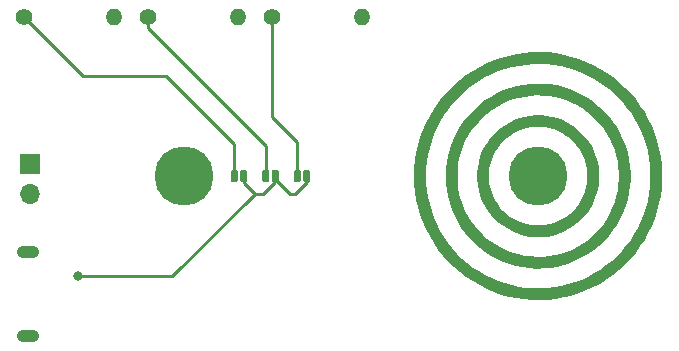
<source format=gbr>
G04 #@! TF.GenerationSoftware,KiCad,Pcbnew,5.1.5-52549c5~84~ubuntu18.04.1*
G04 #@! TF.CreationDate,2020-01-15T09:57:23+01:00*
G04 #@! TF.ProjectId,geneva,67656e65-7661-42e6-9b69-6361645f7063,rev?*
G04 #@! TF.SameCoordinates,Original*
G04 #@! TF.FileFunction,Copper,L1,Top*
G04 #@! TF.FilePolarity,Positive*
%FSLAX46Y46*%
G04 Gerber Fmt 4.6, Leading zero omitted, Abs format (unit mm)*
G04 Created by KiCad (PCBNEW 5.1.5-52549c5~84~ubuntu18.04.1) date 2020-01-15 09:57:23*
%MOMM*%
%LPD*%
G04 APERTURE LIST*
%ADD10O,1.700000X1.700000*%
%ADD11R,1.700000X1.700000*%
%ADD12O,1.400000X1.400000*%
%ADD13C,1.400000*%
%ADD14C,0.101600*%
%ADD15O,1.900000X1.050000*%
%ADD16C,5.000000*%
%ADD17C,0.800000*%
%ADD18C,0.250000*%
G04 APERTURE END LIST*
D10*
X57000000Y-101540000D03*
D11*
X57000000Y-99000000D03*
D12*
X85120000Y-86500000D03*
D13*
X77500000Y-86500000D03*
D12*
X74620000Y-86500000D03*
D13*
X67000000Y-86500000D03*
D12*
X64120000Y-86500000D03*
D13*
X56500000Y-86500000D03*
G04 #@! TA.AperFunction,SMDPad,CuDef*
D14*
G36*
X80564703Y-99500722D02*
G01*
X80579264Y-99502882D01*
X80593543Y-99506459D01*
X80607403Y-99511418D01*
X80620710Y-99517712D01*
X80633336Y-99525280D01*
X80645159Y-99534048D01*
X80656066Y-99543934D01*
X80665952Y-99554841D01*
X80674720Y-99566664D01*
X80682288Y-99579290D01*
X80688582Y-99592597D01*
X80693541Y-99606457D01*
X80697118Y-99620736D01*
X80699278Y-99635297D01*
X80700000Y-99650000D01*
X80700000Y-100350000D01*
X80699278Y-100364703D01*
X80697118Y-100379264D01*
X80693541Y-100393543D01*
X80688582Y-100407403D01*
X80682288Y-100420710D01*
X80674720Y-100433336D01*
X80665952Y-100445159D01*
X80656066Y-100456066D01*
X80645159Y-100465952D01*
X80633336Y-100474720D01*
X80620710Y-100482288D01*
X80607403Y-100488582D01*
X80593543Y-100493541D01*
X80579264Y-100497118D01*
X80564703Y-100499278D01*
X80550000Y-100500000D01*
X80250000Y-100500000D01*
X80235297Y-100499278D01*
X80220736Y-100497118D01*
X80206457Y-100493541D01*
X80192597Y-100488582D01*
X80179290Y-100482288D01*
X80166664Y-100474720D01*
X80154841Y-100465952D01*
X80143934Y-100456066D01*
X80134048Y-100445159D01*
X80125280Y-100433336D01*
X80117712Y-100420710D01*
X80111418Y-100407403D01*
X80106459Y-100393543D01*
X80102882Y-100379264D01*
X80100722Y-100364703D01*
X80100000Y-100350000D01*
X80100000Y-99650000D01*
X80100722Y-99635297D01*
X80102882Y-99620736D01*
X80106459Y-99606457D01*
X80111418Y-99592597D01*
X80117712Y-99579290D01*
X80125280Y-99566664D01*
X80134048Y-99554841D01*
X80143934Y-99543934D01*
X80154841Y-99534048D01*
X80166664Y-99525280D01*
X80179290Y-99517712D01*
X80192597Y-99511418D01*
X80206457Y-99506459D01*
X80220736Y-99502882D01*
X80235297Y-99500722D01*
X80250000Y-99500000D01*
X80550000Y-99500000D01*
X80564703Y-99500722D01*
G37*
G04 #@! TD.AperFunction*
G04 #@! TA.AperFunction,SMDPad,CuDef*
G36*
X79764703Y-99500722D02*
G01*
X79779264Y-99502882D01*
X79793543Y-99506459D01*
X79807403Y-99511418D01*
X79820710Y-99517712D01*
X79833336Y-99525280D01*
X79845159Y-99534048D01*
X79856066Y-99543934D01*
X79865952Y-99554841D01*
X79874720Y-99566664D01*
X79882288Y-99579290D01*
X79888582Y-99592597D01*
X79893541Y-99606457D01*
X79897118Y-99620736D01*
X79899278Y-99635297D01*
X79900000Y-99650000D01*
X79900000Y-100350000D01*
X79899278Y-100364703D01*
X79897118Y-100379264D01*
X79893541Y-100393543D01*
X79888582Y-100407403D01*
X79882288Y-100420710D01*
X79874720Y-100433336D01*
X79865952Y-100445159D01*
X79856066Y-100456066D01*
X79845159Y-100465952D01*
X79833336Y-100474720D01*
X79820710Y-100482288D01*
X79807403Y-100488582D01*
X79793543Y-100493541D01*
X79779264Y-100497118D01*
X79764703Y-100499278D01*
X79750000Y-100500000D01*
X79450000Y-100500000D01*
X79435297Y-100499278D01*
X79420736Y-100497118D01*
X79406457Y-100493541D01*
X79392597Y-100488582D01*
X79379290Y-100482288D01*
X79366664Y-100474720D01*
X79354841Y-100465952D01*
X79343934Y-100456066D01*
X79334048Y-100445159D01*
X79325280Y-100433336D01*
X79317712Y-100420710D01*
X79311418Y-100407403D01*
X79306459Y-100393543D01*
X79302882Y-100379264D01*
X79300722Y-100364703D01*
X79300000Y-100350000D01*
X79300000Y-99650000D01*
X79300722Y-99635297D01*
X79302882Y-99620736D01*
X79306459Y-99606457D01*
X79311418Y-99592597D01*
X79317712Y-99579290D01*
X79325280Y-99566664D01*
X79334048Y-99554841D01*
X79343934Y-99543934D01*
X79354841Y-99534048D01*
X79366664Y-99525280D01*
X79379290Y-99517712D01*
X79392597Y-99511418D01*
X79406457Y-99506459D01*
X79420736Y-99502882D01*
X79435297Y-99500722D01*
X79450000Y-99500000D01*
X79750000Y-99500000D01*
X79764703Y-99500722D01*
G37*
G04 #@! TD.AperFunction*
G04 #@! TA.AperFunction,SMDPad,CuDef*
G36*
X77898033Y-99500722D02*
G01*
X77912594Y-99502882D01*
X77926873Y-99506459D01*
X77940733Y-99511418D01*
X77954040Y-99517712D01*
X77966666Y-99525280D01*
X77978489Y-99534048D01*
X77989396Y-99543934D01*
X77999282Y-99554841D01*
X78008050Y-99566664D01*
X78015618Y-99579290D01*
X78021912Y-99592597D01*
X78026871Y-99606457D01*
X78030448Y-99620736D01*
X78032608Y-99635297D01*
X78033330Y-99650000D01*
X78033330Y-100350000D01*
X78032608Y-100364703D01*
X78030448Y-100379264D01*
X78026871Y-100393543D01*
X78021912Y-100407403D01*
X78015618Y-100420710D01*
X78008050Y-100433336D01*
X77999282Y-100445159D01*
X77989396Y-100456066D01*
X77978489Y-100465952D01*
X77966666Y-100474720D01*
X77954040Y-100482288D01*
X77940733Y-100488582D01*
X77926873Y-100493541D01*
X77912594Y-100497118D01*
X77898033Y-100499278D01*
X77883330Y-100500000D01*
X77583330Y-100500000D01*
X77568627Y-100499278D01*
X77554066Y-100497118D01*
X77539787Y-100493541D01*
X77525927Y-100488582D01*
X77512620Y-100482288D01*
X77499994Y-100474720D01*
X77488171Y-100465952D01*
X77477264Y-100456066D01*
X77467378Y-100445159D01*
X77458610Y-100433336D01*
X77451042Y-100420710D01*
X77444748Y-100407403D01*
X77439789Y-100393543D01*
X77436212Y-100379264D01*
X77434052Y-100364703D01*
X77433330Y-100350000D01*
X77433330Y-99650000D01*
X77434052Y-99635297D01*
X77436212Y-99620736D01*
X77439789Y-99606457D01*
X77444748Y-99592597D01*
X77451042Y-99579290D01*
X77458610Y-99566664D01*
X77467378Y-99554841D01*
X77477264Y-99543934D01*
X77488171Y-99534048D01*
X77499994Y-99525280D01*
X77512620Y-99517712D01*
X77525927Y-99511418D01*
X77539787Y-99506459D01*
X77554066Y-99502882D01*
X77568627Y-99500722D01*
X77583330Y-99500000D01*
X77883330Y-99500000D01*
X77898033Y-99500722D01*
G37*
G04 #@! TD.AperFunction*
G04 #@! TA.AperFunction,SMDPad,CuDef*
G36*
X77098033Y-99500722D02*
G01*
X77112594Y-99502882D01*
X77126873Y-99506459D01*
X77140733Y-99511418D01*
X77154040Y-99517712D01*
X77166666Y-99525280D01*
X77178489Y-99534048D01*
X77189396Y-99543934D01*
X77199282Y-99554841D01*
X77208050Y-99566664D01*
X77215618Y-99579290D01*
X77221912Y-99592597D01*
X77226871Y-99606457D01*
X77230448Y-99620736D01*
X77232608Y-99635297D01*
X77233330Y-99650000D01*
X77233330Y-100350000D01*
X77232608Y-100364703D01*
X77230448Y-100379264D01*
X77226871Y-100393543D01*
X77221912Y-100407403D01*
X77215618Y-100420710D01*
X77208050Y-100433336D01*
X77199282Y-100445159D01*
X77189396Y-100456066D01*
X77178489Y-100465952D01*
X77166666Y-100474720D01*
X77154040Y-100482288D01*
X77140733Y-100488582D01*
X77126873Y-100493541D01*
X77112594Y-100497118D01*
X77098033Y-100499278D01*
X77083330Y-100500000D01*
X76783330Y-100500000D01*
X76768627Y-100499278D01*
X76754066Y-100497118D01*
X76739787Y-100493541D01*
X76725927Y-100488582D01*
X76712620Y-100482288D01*
X76699994Y-100474720D01*
X76688171Y-100465952D01*
X76677264Y-100456066D01*
X76667378Y-100445159D01*
X76658610Y-100433336D01*
X76651042Y-100420710D01*
X76644748Y-100407403D01*
X76639789Y-100393543D01*
X76636212Y-100379264D01*
X76634052Y-100364703D01*
X76633330Y-100350000D01*
X76633330Y-99650000D01*
X76634052Y-99635297D01*
X76636212Y-99620736D01*
X76639789Y-99606457D01*
X76644748Y-99592597D01*
X76651042Y-99579290D01*
X76658610Y-99566664D01*
X76667378Y-99554841D01*
X76677264Y-99543934D01*
X76688171Y-99534048D01*
X76699994Y-99525280D01*
X76712620Y-99517712D01*
X76725927Y-99511418D01*
X76739787Y-99506459D01*
X76754066Y-99502882D01*
X76768627Y-99500722D01*
X76783330Y-99500000D01*
X77083330Y-99500000D01*
X77098033Y-99500722D01*
G37*
G04 #@! TD.AperFunction*
G04 #@! TA.AperFunction,SMDPad,CuDef*
G36*
X75231373Y-99500722D02*
G01*
X75245934Y-99502882D01*
X75260213Y-99506459D01*
X75274073Y-99511418D01*
X75287380Y-99517712D01*
X75300006Y-99525280D01*
X75311829Y-99534048D01*
X75322736Y-99543934D01*
X75332622Y-99554841D01*
X75341390Y-99566664D01*
X75348958Y-99579290D01*
X75355252Y-99592597D01*
X75360211Y-99606457D01*
X75363788Y-99620736D01*
X75365948Y-99635297D01*
X75366670Y-99650000D01*
X75366670Y-100350000D01*
X75365948Y-100364703D01*
X75363788Y-100379264D01*
X75360211Y-100393543D01*
X75355252Y-100407403D01*
X75348958Y-100420710D01*
X75341390Y-100433336D01*
X75332622Y-100445159D01*
X75322736Y-100456066D01*
X75311829Y-100465952D01*
X75300006Y-100474720D01*
X75287380Y-100482288D01*
X75274073Y-100488582D01*
X75260213Y-100493541D01*
X75245934Y-100497118D01*
X75231373Y-100499278D01*
X75216670Y-100500000D01*
X74916670Y-100500000D01*
X74901967Y-100499278D01*
X74887406Y-100497118D01*
X74873127Y-100493541D01*
X74859267Y-100488582D01*
X74845960Y-100482288D01*
X74833334Y-100474720D01*
X74821511Y-100465952D01*
X74810604Y-100456066D01*
X74800718Y-100445159D01*
X74791950Y-100433336D01*
X74784382Y-100420710D01*
X74778088Y-100407403D01*
X74773129Y-100393543D01*
X74769552Y-100379264D01*
X74767392Y-100364703D01*
X74766670Y-100350000D01*
X74766670Y-99650000D01*
X74767392Y-99635297D01*
X74769552Y-99620736D01*
X74773129Y-99606457D01*
X74778088Y-99592597D01*
X74784382Y-99579290D01*
X74791950Y-99566664D01*
X74800718Y-99554841D01*
X74810604Y-99543934D01*
X74821511Y-99534048D01*
X74833334Y-99525280D01*
X74845960Y-99517712D01*
X74859267Y-99511418D01*
X74873127Y-99506459D01*
X74887406Y-99502882D01*
X74901967Y-99500722D01*
X74916670Y-99500000D01*
X75216670Y-99500000D01*
X75231373Y-99500722D01*
G37*
G04 #@! TD.AperFunction*
G04 #@! TA.AperFunction,SMDPad,CuDef*
G36*
X74431373Y-99500722D02*
G01*
X74445934Y-99502882D01*
X74460213Y-99506459D01*
X74474073Y-99511418D01*
X74487380Y-99517712D01*
X74500006Y-99525280D01*
X74511829Y-99534048D01*
X74522736Y-99543934D01*
X74532622Y-99554841D01*
X74541390Y-99566664D01*
X74548958Y-99579290D01*
X74555252Y-99592597D01*
X74560211Y-99606457D01*
X74563788Y-99620736D01*
X74565948Y-99635297D01*
X74566670Y-99650000D01*
X74566670Y-100350000D01*
X74565948Y-100364703D01*
X74563788Y-100379264D01*
X74560211Y-100393543D01*
X74555252Y-100407403D01*
X74548958Y-100420710D01*
X74541390Y-100433336D01*
X74532622Y-100445159D01*
X74522736Y-100456066D01*
X74511829Y-100465952D01*
X74500006Y-100474720D01*
X74487380Y-100482288D01*
X74474073Y-100488582D01*
X74460213Y-100493541D01*
X74445934Y-100497118D01*
X74431373Y-100499278D01*
X74416670Y-100500000D01*
X74116670Y-100500000D01*
X74101967Y-100499278D01*
X74087406Y-100497118D01*
X74073127Y-100493541D01*
X74059267Y-100488582D01*
X74045960Y-100482288D01*
X74033334Y-100474720D01*
X74021511Y-100465952D01*
X74010604Y-100456066D01*
X74000718Y-100445159D01*
X73991950Y-100433336D01*
X73984382Y-100420710D01*
X73978088Y-100407403D01*
X73973129Y-100393543D01*
X73969552Y-100379264D01*
X73967392Y-100364703D01*
X73966670Y-100350000D01*
X73966670Y-99650000D01*
X73967392Y-99635297D01*
X73969552Y-99620736D01*
X73973129Y-99606457D01*
X73978088Y-99592597D01*
X73984382Y-99579290D01*
X73991950Y-99566664D01*
X74000718Y-99554841D01*
X74010604Y-99543934D01*
X74021511Y-99534048D01*
X74033334Y-99525280D01*
X74045960Y-99517712D01*
X74059267Y-99511418D01*
X74073127Y-99506459D01*
X74087406Y-99502882D01*
X74101967Y-99500722D01*
X74116670Y-99500000D01*
X74416670Y-99500000D01*
X74431373Y-99500722D01*
G37*
G04 #@! TD.AperFunction*
D15*
X56800000Y-106425000D03*
X56800000Y-113575000D03*
G04 #@! TA.AperFunction,SMDPad,CuDef*
D14*
G36*
X100832125Y-89533025D02*
G01*
X101494306Y-89606875D01*
X102150470Y-89722574D01*
X102797975Y-89879657D01*
X103434214Y-90077491D01*
X104056624Y-90315280D01*
X104662699Y-90592065D01*
X105250000Y-90906733D01*
X105816161Y-91258017D01*
X106358902Y-91644501D01*
X106876038Y-92064629D01*
X107365486Y-92516711D01*
X107825277Y-92998925D01*
X108253557Y-93509331D01*
X108648604Y-94045871D01*
X109008826Y-94606387D01*
X109332772Y-95188622D01*
X109619139Y-95790229D01*
X109866773Y-96408788D01*
X110074676Y-97041808D01*
X110242013Y-97686739D01*
X110368108Y-98340985D01*
X110452455Y-99001912D01*
X110494714Y-99666857D01*
X110494714Y-100333143D01*
X110452455Y-100998088D01*
X110368108Y-101659015D01*
X110242013Y-102313261D01*
X110074676Y-102958192D01*
X109866773Y-103591212D01*
X109619139Y-104209771D01*
X109332772Y-104811378D01*
X109008826Y-105393613D01*
X108648604Y-105954129D01*
X108253557Y-106490669D01*
X107825277Y-107001075D01*
X107365486Y-107483289D01*
X106876038Y-107935371D01*
X106358902Y-108355499D01*
X105816161Y-108741983D01*
X105250000Y-109093267D01*
X104662699Y-109407935D01*
X104056624Y-109684720D01*
X103434214Y-109922509D01*
X102797975Y-110120343D01*
X102150470Y-110277426D01*
X101494306Y-110393125D01*
X100832125Y-110466975D01*
X100166593Y-110498678D01*
X100050543Y-110496836D01*
X100024534Y-110499398D01*
X99975466Y-110499398D01*
X99930053Y-110494925D01*
X99500390Y-110488107D01*
X98836199Y-110435304D01*
X98176694Y-110340481D01*
X97524531Y-110204021D01*
X96882336Y-110026474D01*
X96252695Y-109808553D01*
X95638142Y-109551136D01*
X95041154Y-109255260D01*
X94464133Y-108922117D01*
X93909402Y-108553047D01*
X93379197Y-108149538D01*
X92875651Y-107713213D01*
X92400793Y-107245830D01*
X91956533Y-106749270D01*
X91544662Y-106225533D01*
X91166838Y-105676729D01*
X90824582Y-105105066D01*
X90519271Y-104512847D01*
X90252137Y-103902456D01*
X90024253Y-103276351D01*
X89836539Y-102637054D01*
X89689749Y-101987138D01*
X89584474Y-101329221D01*
X89521140Y-100665951D01*
X89500000Y-100000000D01*
X90500000Y-100000000D01*
X90519127Y-100602527D01*
X90576429Y-101202628D01*
X90671677Y-101797887D01*
X90804487Y-102385906D01*
X90974324Y-102964318D01*
X91180505Y-103530793D01*
X91422198Y-104083052D01*
X91698431Y-104618869D01*
X92008091Y-105136088D01*
X92349933Y-105632625D01*
X92722578Y-106106482D01*
X93124527Y-106555751D01*
X93554161Y-106978621D01*
X94009750Y-107373391D01*
X94489459Y-107738472D01*
X94991358Y-108072392D01*
X95513425Y-108373807D01*
X96053557Y-108641504D01*
X96609581Y-108874405D01*
X97179256Y-109071571D01*
X97760290Y-109232210D01*
X98350342Y-109355674D01*
X98947037Y-109441465D01*
X99547972Y-109489240D01*
X100150727Y-109498804D01*
X100752875Y-109470120D01*
X101351991Y-109403304D01*
X101945663Y-109298623D01*
X102531501Y-109156501D01*
X103107146Y-108977508D01*
X103670279Y-108762366D01*
X104218633Y-108511941D01*
X104750000Y-108227241D01*
X105262241Y-107909414D01*
X105753292Y-107559737D01*
X106221177Y-107179621D01*
X106664011Y-106770595D01*
X107080012Y-106334306D01*
X107467504Y-105872510D01*
X107824928Y-105387069D01*
X108150842Y-104879935D01*
X108443937Y-104353152D01*
X108703030Y-103808840D01*
X108927080Y-103249191D01*
X109115183Y-102676459D01*
X109266583Y-102092950D01*
X109380669Y-101501013D01*
X109456983Y-100903032D01*
X109495217Y-100301415D01*
X109495217Y-99698585D01*
X109456983Y-99096968D01*
X109380669Y-98498987D01*
X109266583Y-97907050D01*
X109115183Y-97323541D01*
X108927080Y-96750809D01*
X108703030Y-96191160D01*
X108443937Y-95646848D01*
X108150842Y-95120065D01*
X107824928Y-94612931D01*
X107467504Y-94127490D01*
X107080012Y-93665694D01*
X106664011Y-93229405D01*
X106221177Y-92820379D01*
X105753292Y-92440263D01*
X105262241Y-92090586D01*
X104750000Y-91772759D01*
X104218633Y-91488059D01*
X103670279Y-91237634D01*
X103107146Y-91022492D01*
X102531501Y-90843499D01*
X101945663Y-90701377D01*
X101351991Y-90596696D01*
X100752875Y-90529880D01*
X100150727Y-90501196D01*
X99547972Y-90510760D01*
X98947037Y-90558535D01*
X98350342Y-90644326D01*
X97760290Y-90767790D01*
X97179256Y-90928429D01*
X96609581Y-91125595D01*
X96053557Y-91358496D01*
X95513425Y-91626193D01*
X94991358Y-91927608D01*
X94489459Y-92261528D01*
X94009750Y-92626609D01*
X93554161Y-93021379D01*
X93124527Y-93444249D01*
X92722578Y-93893518D01*
X92349933Y-94367375D01*
X92008091Y-94863912D01*
X91698431Y-95381131D01*
X91422198Y-95916948D01*
X91180505Y-96469207D01*
X90974324Y-97035682D01*
X90804487Y-97614094D01*
X90671677Y-98202113D01*
X90576429Y-98797372D01*
X90519127Y-99397473D01*
X90500000Y-100000000D01*
X89500000Y-100000000D01*
X89521140Y-99334049D01*
X89584474Y-98670779D01*
X89689749Y-98012862D01*
X89836539Y-97362946D01*
X90024253Y-96723649D01*
X90252137Y-96097544D01*
X90519271Y-95487153D01*
X90824582Y-94894934D01*
X91166838Y-94323271D01*
X91544662Y-93774467D01*
X91956533Y-93250730D01*
X92400793Y-92754170D01*
X92875651Y-92286787D01*
X93379197Y-91850462D01*
X93909402Y-91446953D01*
X94464133Y-91077883D01*
X95041154Y-90744740D01*
X95638142Y-90448864D01*
X96252695Y-90191447D01*
X96882336Y-89973526D01*
X97524531Y-89795979D01*
X98176694Y-89659519D01*
X98836199Y-89564696D01*
X99500390Y-89511893D01*
X100166593Y-89501322D01*
X100832125Y-89533025D01*
G37*
G04 #@! TD.AperFunction*
G04 #@! TA.AperFunction,SMDPad,CuDef*
G36*
X100434056Y-92178705D02*
G01*
X101010493Y-92232120D01*
X101581412Y-92327960D01*
X102143693Y-92465702D01*
X102694265Y-92644594D01*
X103230123Y-92863659D01*
X103748339Y-93121700D01*
X104246083Y-93417308D01*
X104720636Y-93748868D01*
X105169407Y-94114569D01*
X105589944Y-94512415D01*
X105979951Y-94940232D01*
X106337297Y-95395684D01*
X106660031Y-95876283D01*
X106946391Y-96379404D01*
X107194812Y-96902300D01*
X107403937Y-97442115D01*
X107572624Y-97995899D01*
X107699953Y-98560629D01*
X107785227Y-99133221D01*
X107827980Y-99710547D01*
X107827980Y-100289453D01*
X107785227Y-100866779D01*
X107699953Y-101439371D01*
X107572624Y-102004101D01*
X107403937Y-102557885D01*
X107194812Y-103097700D01*
X106946391Y-103620596D01*
X106660031Y-104123717D01*
X106337297Y-104604316D01*
X105979951Y-105059768D01*
X105589944Y-105487585D01*
X105169407Y-105885431D01*
X104720636Y-106251132D01*
X104246083Y-106582692D01*
X103748339Y-106878300D01*
X103230123Y-107136341D01*
X102694265Y-107355406D01*
X102143693Y-107534298D01*
X101581412Y-107672040D01*
X101010493Y-107767880D01*
X100434056Y-107821295D01*
X100072828Y-107827971D01*
X100024534Y-107832728D01*
X99975466Y-107832728D01*
X99950183Y-107830238D01*
X99855249Y-107831992D01*
X99277231Y-107799914D01*
X98703162Y-107725236D01*
X98136175Y-107608365D01*
X97579368Y-107449940D01*
X97035781Y-107250825D01*
X96508384Y-107012109D01*
X96000057Y-106735096D01*
X95513577Y-106421298D01*
X95051599Y-106072429D01*
X94616648Y-105690394D01*
X94211099Y-105277280D01*
X93837167Y-104835344D01*
X93496895Y-104366999D01*
X93192139Y-103874802D01*
X92924567Y-103361443D01*
X92695637Y-102829725D01*
X92506602Y-102282552D01*
X92358493Y-101722912D01*
X92252119Y-101153863D01*
X92188061Y-100578511D01*
X92166670Y-100000000D01*
X93166670Y-100000000D01*
X93185331Y-100504659D01*
X93241211Y-101006561D01*
X93334005Y-101502966D01*
X93463206Y-101991162D01*
X93628110Y-102468484D01*
X93827814Y-102932323D01*
X94061228Y-103380147D01*
X94327079Y-103809509D01*
X94623912Y-104218066D01*
X94950108Y-104603585D01*
X95303885Y-104963960D01*
X95683310Y-105297225D01*
X96086312Y-105601557D01*
X96510689Y-105875296D01*
X96954123Y-106116946D01*
X97414192Y-106325188D01*
X97888385Y-106498883D01*
X98374110Y-106637084D01*
X98868716Y-106739035D01*
X99369500Y-106804180D01*
X99873728Y-106832163D01*
X100378645Y-106822831D01*
X100881494Y-106776235D01*
X101379529Y-106692630D01*
X101870030Y-106572472D01*
X102350316Y-106416417D01*
X102817767Y-106225318D01*
X103269827Y-106000219D01*
X103704029Y-105742348D01*
X104118001Y-105453115D01*
X104509482Y-105134099D01*
X104876334Y-104787042D01*
X105216552Y-104413840D01*
X105528280Y-104016531D01*
X105809814Y-103597285D01*
X106059617Y-103158392D01*
X106276325Y-102702249D01*
X106458753Y-102231347D01*
X106605906Y-101748258D01*
X106716980Y-101255621D01*
X106791367Y-100756126D01*
X106828663Y-100252502D01*
X106828663Y-99747498D01*
X106791367Y-99243874D01*
X106716980Y-98744379D01*
X106605906Y-98251742D01*
X106458753Y-97768653D01*
X106276325Y-97297751D01*
X106059617Y-96841608D01*
X105809814Y-96402715D01*
X105528280Y-95983469D01*
X105216552Y-95586160D01*
X104876334Y-95212958D01*
X104509482Y-94865901D01*
X104118001Y-94546885D01*
X103704029Y-94257652D01*
X103269827Y-93999781D01*
X102817767Y-93774682D01*
X102350316Y-93583583D01*
X101870030Y-93427528D01*
X101379529Y-93307370D01*
X100881494Y-93223765D01*
X100378645Y-93177169D01*
X99873728Y-93167837D01*
X99369500Y-93195820D01*
X98868716Y-93260965D01*
X98374110Y-93362916D01*
X97888385Y-93501117D01*
X97414192Y-93674812D01*
X96954123Y-93883054D01*
X96510689Y-94124704D01*
X96086312Y-94398443D01*
X95683310Y-94702775D01*
X95303885Y-95036040D01*
X94950108Y-95396415D01*
X94623912Y-95781934D01*
X94327079Y-96190491D01*
X94061228Y-96619853D01*
X93827814Y-97067677D01*
X93628110Y-97531516D01*
X93463206Y-98008838D01*
X93334005Y-98497034D01*
X93241211Y-98993439D01*
X93185331Y-99495341D01*
X93166670Y-100000000D01*
X92166670Y-100000000D01*
X92188061Y-99421489D01*
X92252119Y-98846137D01*
X92358493Y-98277088D01*
X92506602Y-97717448D01*
X92695637Y-97170275D01*
X92924567Y-96638557D01*
X93192139Y-96125198D01*
X93496895Y-95633001D01*
X93837167Y-95164656D01*
X94211099Y-94722720D01*
X94616648Y-94309606D01*
X95051599Y-93927571D01*
X95513577Y-93578702D01*
X96000057Y-93264904D01*
X96508384Y-92987891D01*
X97035781Y-92749175D01*
X97579368Y-92550060D01*
X98136175Y-92391635D01*
X98703162Y-92274764D01*
X99277231Y-92200086D01*
X99855249Y-92168008D01*
X100434056Y-92178705D01*
G37*
G04 #@! TD.AperFunction*
G04 #@! TA.AperFunction,SMDPad,CuDef*
G36*
X100713808Y-94882876D02*
G01*
X101182912Y-94970567D01*
X101641923Y-95101167D01*
X102086927Y-95273562D01*
X102514125Y-95486281D01*
X102919873Y-95737510D01*
X103300711Y-96025105D01*
X103653387Y-96346613D01*
X103974895Y-96699289D01*
X104262490Y-97080127D01*
X104513719Y-97485875D01*
X104726438Y-97913073D01*
X104898833Y-98358077D01*
X105029433Y-98817088D01*
X105117124Y-99286192D01*
X105161157Y-99761385D01*
X105161157Y-100238615D01*
X105117124Y-100713808D01*
X105029433Y-101182912D01*
X104898833Y-101641923D01*
X104726438Y-102086927D01*
X104513719Y-102514125D01*
X104262490Y-102919873D01*
X103974895Y-103300711D01*
X103653387Y-103653387D01*
X103300711Y-103974895D01*
X102919873Y-104262490D01*
X102514125Y-104513719D01*
X102086927Y-104726438D01*
X101641923Y-104898833D01*
X101182912Y-105029433D01*
X100713808Y-105117124D01*
X100238615Y-105161157D01*
X100073873Y-105161157D01*
X100073365Y-105161258D01*
X100024534Y-105166068D01*
X99975466Y-105166068D01*
X99926635Y-105161258D01*
X99926127Y-105161157D01*
X99761385Y-105161157D01*
X99286192Y-105117124D01*
X98817088Y-105029433D01*
X98358077Y-104898833D01*
X97913073Y-104726438D01*
X97485875Y-104513719D01*
X97080127Y-104262490D01*
X96699289Y-103974895D01*
X96346613Y-103653387D01*
X96025105Y-103300711D01*
X95737510Y-102919873D01*
X95486281Y-102514125D01*
X95273562Y-102086927D01*
X95101167Y-101641923D01*
X94970567Y-101182912D01*
X94882876Y-100713808D01*
X94838843Y-100238615D01*
X94838843Y-99807569D01*
X95837776Y-99807569D01*
X95837776Y-100192431D01*
X95873287Y-100575652D01*
X95944005Y-100953961D01*
X96049327Y-101324132D01*
X96188356Y-101683006D01*
X96359904Y-102027520D01*
X96562508Y-102354737D01*
X96794439Y-102661864D01*
X97053719Y-102946281D01*
X97338136Y-103205561D01*
X97645263Y-103437492D01*
X97972480Y-103640096D01*
X98316994Y-103811644D01*
X98675868Y-103950673D01*
X99046039Y-104055995D01*
X99424348Y-104126713D01*
X99807569Y-104162224D01*
X100192431Y-104162224D01*
X100575652Y-104126713D01*
X100953961Y-104055995D01*
X101324132Y-103950673D01*
X101683006Y-103811644D01*
X102027520Y-103640096D01*
X102354737Y-103437492D01*
X102661864Y-103205561D01*
X102946281Y-102946281D01*
X103205561Y-102661864D01*
X103437492Y-102354737D01*
X103640096Y-102027520D01*
X103811644Y-101683006D01*
X103950673Y-101324132D01*
X104055995Y-100953961D01*
X104126713Y-100575652D01*
X104162224Y-100192431D01*
X104162224Y-99807569D01*
X104126713Y-99424348D01*
X104055995Y-99046039D01*
X103950673Y-98675868D01*
X103811644Y-98316994D01*
X103640096Y-97972480D01*
X103437492Y-97645263D01*
X103205561Y-97338136D01*
X102946281Y-97053719D01*
X102661864Y-96794439D01*
X102354737Y-96562508D01*
X102027520Y-96359904D01*
X101683006Y-96188356D01*
X101324132Y-96049327D01*
X100953961Y-95944005D01*
X100575652Y-95873287D01*
X100192431Y-95837776D01*
X99807569Y-95837776D01*
X99424348Y-95873287D01*
X99046039Y-95944005D01*
X98675868Y-96049327D01*
X98316994Y-96188356D01*
X97972480Y-96359904D01*
X97645263Y-96562508D01*
X97338136Y-96794439D01*
X97053719Y-97053719D01*
X96794439Y-97338136D01*
X96562508Y-97645263D01*
X96359904Y-97972480D01*
X96188356Y-98316994D01*
X96049327Y-98675868D01*
X95944005Y-99046039D01*
X95873287Y-99424348D01*
X95837776Y-99807569D01*
X94838843Y-99807569D01*
X94838843Y-99761385D01*
X94882876Y-99286192D01*
X94970567Y-98817088D01*
X95101167Y-98358077D01*
X95273562Y-97913073D01*
X95486281Y-97485875D01*
X95737510Y-97080127D01*
X96025105Y-96699289D01*
X96346613Y-96346613D01*
X96699289Y-96025105D01*
X97080127Y-95737510D01*
X97485875Y-95486281D01*
X97913073Y-95273562D01*
X98358077Y-95101167D01*
X98817088Y-94970567D01*
X99286192Y-94882876D01*
X99761385Y-94838843D01*
X100238615Y-94838843D01*
X100713808Y-94882876D01*
G37*
G04 #@! TD.AperFunction*
D16*
X70000000Y-100000000D03*
X100000000Y-100000000D03*
D17*
X61000000Y-108500000D03*
X100000000Y-95333330D03*
X100000000Y-92666700D03*
X100000000Y-90000000D03*
D18*
X77733330Y-100266670D02*
X78966660Y-101500000D01*
X77733330Y-100000000D02*
X77733330Y-100266670D01*
X80400000Y-100500000D02*
X80400000Y-100000000D01*
X79400000Y-101500000D02*
X80400000Y-100500000D01*
X78966660Y-101500000D02*
X79400000Y-101500000D01*
X77733330Y-100500000D02*
X77733330Y-100000000D01*
X76000000Y-101500000D02*
X76733330Y-101500000D01*
X76733330Y-101500000D02*
X77733330Y-100500000D01*
X75066670Y-100000000D02*
X75066670Y-100566670D01*
X75066670Y-100566670D02*
X76000000Y-101500000D01*
X69000000Y-108500000D02*
X76000000Y-101500000D01*
X61000000Y-108500000D02*
X69000000Y-108500000D01*
X74266670Y-100000000D02*
X74266670Y-97266670D01*
X74266670Y-97266670D02*
X68500000Y-91500000D01*
X61500000Y-91500000D02*
X56500000Y-86500000D01*
X68500000Y-91500000D02*
X61500000Y-91500000D01*
X76933330Y-99500000D02*
X76933330Y-100000000D01*
X76933330Y-97423279D02*
X76933330Y-99500000D01*
X67000000Y-87489949D02*
X76933330Y-97423279D01*
X67000000Y-86500000D02*
X67000000Y-87489949D01*
X77500000Y-86500000D02*
X77500000Y-95000000D01*
X79600000Y-97100000D02*
X79600000Y-100000000D01*
X77500000Y-95000000D02*
X79600000Y-97100000D01*
M02*

</source>
